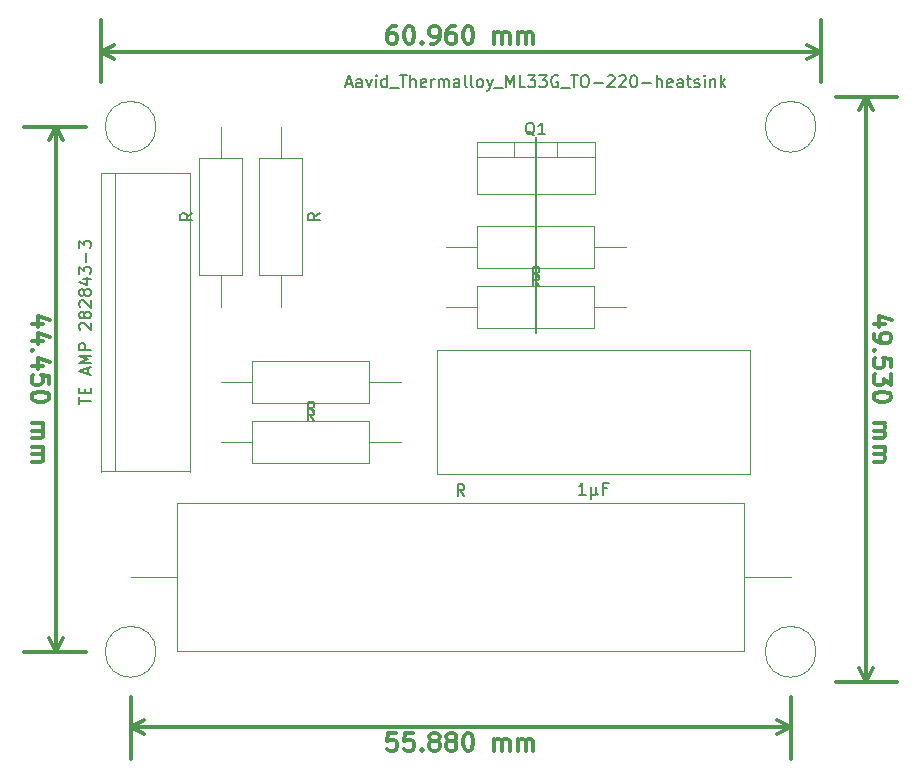
<source format=gbr>
G04 #@! TF.FileFunction,Other,Fab,Top*
%FSLAX46Y46*%
G04 Gerber Fmt 4.6, Leading zero omitted, Abs format (unit mm)*
G04 Created by KiCad (PCBNEW 4.0.7) date Wednesday, October 03, 2018 'AMt' 10:44:15 AM*
%MOMM*%
%LPD*%
G01*
G04 APERTURE LIST*
%ADD10C,0.100000*%
%ADD11C,0.300000*%
%ADD12C,0.150000*%
G04 APERTURE END LIST*
D10*
D11*
X117081429Y-72605001D02*
X116081429Y-72605001D01*
X117652857Y-72247858D02*
X116581429Y-71890715D01*
X116581429Y-72819287D01*
X117081429Y-74033572D02*
X116081429Y-74033572D01*
X117652857Y-73676429D02*
X116581429Y-73319286D01*
X116581429Y-74247858D01*
X116224286Y-74819286D02*
X116152857Y-74890714D01*
X116081429Y-74819286D01*
X116152857Y-74747857D01*
X116224286Y-74819286D01*
X116081429Y-74819286D01*
X117081429Y-76176429D02*
X116081429Y-76176429D01*
X117652857Y-75819286D02*
X116581429Y-75462143D01*
X116581429Y-76390715D01*
X117581429Y-77676429D02*
X117581429Y-76962143D01*
X116867143Y-76890714D01*
X116938571Y-76962143D01*
X117010000Y-77105000D01*
X117010000Y-77462143D01*
X116938571Y-77605000D01*
X116867143Y-77676429D01*
X116724286Y-77747857D01*
X116367143Y-77747857D01*
X116224286Y-77676429D01*
X116152857Y-77605000D01*
X116081429Y-77462143D01*
X116081429Y-77105000D01*
X116152857Y-76962143D01*
X116224286Y-76890714D01*
X117581429Y-78676428D02*
X117581429Y-78819285D01*
X117510000Y-78962142D01*
X117438571Y-79033571D01*
X117295714Y-79105000D01*
X117010000Y-79176428D01*
X116652857Y-79176428D01*
X116367143Y-79105000D01*
X116224286Y-79033571D01*
X116152857Y-78962142D01*
X116081429Y-78819285D01*
X116081429Y-78676428D01*
X116152857Y-78533571D01*
X116224286Y-78462142D01*
X116367143Y-78390714D01*
X116652857Y-78319285D01*
X117010000Y-78319285D01*
X117295714Y-78390714D01*
X117438571Y-78462142D01*
X117510000Y-78533571D01*
X117581429Y-78676428D01*
X116081429Y-80962142D02*
X117081429Y-80962142D01*
X116938571Y-80962142D02*
X117010000Y-81033570D01*
X117081429Y-81176428D01*
X117081429Y-81390713D01*
X117010000Y-81533570D01*
X116867143Y-81604999D01*
X116081429Y-81604999D01*
X116867143Y-81604999D02*
X117010000Y-81676428D01*
X117081429Y-81819285D01*
X117081429Y-82033570D01*
X117010000Y-82176428D01*
X116867143Y-82247856D01*
X116081429Y-82247856D01*
X116081429Y-82962142D02*
X117081429Y-82962142D01*
X116938571Y-82962142D02*
X117010000Y-83033570D01*
X117081429Y-83176428D01*
X117081429Y-83390713D01*
X117010000Y-83533570D01*
X116867143Y-83604999D01*
X116081429Y-83604999D01*
X116867143Y-83604999D02*
X117010000Y-83676428D01*
X117081429Y-83819285D01*
X117081429Y-84033570D01*
X117010000Y-84176428D01*
X116867143Y-84247856D01*
X116081429Y-84247856D01*
X118110000Y-55880000D02*
X118110000Y-100330000D01*
X120650000Y-55880000D02*
X115410000Y-55880000D01*
X120650000Y-100330000D02*
X115410000Y-100330000D01*
X118110000Y-100330000D02*
X117523579Y-99203496D01*
X118110000Y-100330000D02*
X118696421Y-99203496D01*
X118110000Y-55880000D02*
X117523579Y-57006504D01*
X118110000Y-55880000D02*
X118696421Y-57006504D01*
X146971430Y-107208571D02*
X146257144Y-107208571D01*
X146185715Y-107922857D01*
X146257144Y-107851429D01*
X146400001Y-107780000D01*
X146757144Y-107780000D01*
X146900001Y-107851429D01*
X146971430Y-107922857D01*
X147042858Y-108065714D01*
X147042858Y-108422857D01*
X146971430Y-108565714D01*
X146900001Y-108637143D01*
X146757144Y-108708571D01*
X146400001Y-108708571D01*
X146257144Y-108637143D01*
X146185715Y-108565714D01*
X148400001Y-107208571D02*
X147685715Y-107208571D01*
X147614286Y-107922857D01*
X147685715Y-107851429D01*
X147828572Y-107780000D01*
X148185715Y-107780000D01*
X148328572Y-107851429D01*
X148400001Y-107922857D01*
X148471429Y-108065714D01*
X148471429Y-108422857D01*
X148400001Y-108565714D01*
X148328572Y-108637143D01*
X148185715Y-108708571D01*
X147828572Y-108708571D01*
X147685715Y-108637143D01*
X147614286Y-108565714D01*
X149114286Y-108565714D02*
X149185714Y-108637143D01*
X149114286Y-108708571D01*
X149042857Y-108637143D01*
X149114286Y-108565714D01*
X149114286Y-108708571D01*
X150042858Y-107851429D02*
X149900000Y-107780000D01*
X149828572Y-107708571D01*
X149757143Y-107565714D01*
X149757143Y-107494286D01*
X149828572Y-107351429D01*
X149900000Y-107280000D01*
X150042858Y-107208571D01*
X150328572Y-107208571D01*
X150471429Y-107280000D01*
X150542858Y-107351429D01*
X150614286Y-107494286D01*
X150614286Y-107565714D01*
X150542858Y-107708571D01*
X150471429Y-107780000D01*
X150328572Y-107851429D01*
X150042858Y-107851429D01*
X149900000Y-107922857D01*
X149828572Y-107994286D01*
X149757143Y-108137143D01*
X149757143Y-108422857D01*
X149828572Y-108565714D01*
X149900000Y-108637143D01*
X150042858Y-108708571D01*
X150328572Y-108708571D01*
X150471429Y-108637143D01*
X150542858Y-108565714D01*
X150614286Y-108422857D01*
X150614286Y-108137143D01*
X150542858Y-107994286D01*
X150471429Y-107922857D01*
X150328572Y-107851429D01*
X151471429Y-107851429D02*
X151328571Y-107780000D01*
X151257143Y-107708571D01*
X151185714Y-107565714D01*
X151185714Y-107494286D01*
X151257143Y-107351429D01*
X151328571Y-107280000D01*
X151471429Y-107208571D01*
X151757143Y-107208571D01*
X151900000Y-107280000D01*
X151971429Y-107351429D01*
X152042857Y-107494286D01*
X152042857Y-107565714D01*
X151971429Y-107708571D01*
X151900000Y-107780000D01*
X151757143Y-107851429D01*
X151471429Y-107851429D01*
X151328571Y-107922857D01*
X151257143Y-107994286D01*
X151185714Y-108137143D01*
X151185714Y-108422857D01*
X151257143Y-108565714D01*
X151328571Y-108637143D01*
X151471429Y-108708571D01*
X151757143Y-108708571D01*
X151900000Y-108637143D01*
X151971429Y-108565714D01*
X152042857Y-108422857D01*
X152042857Y-108137143D01*
X151971429Y-107994286D01*
X151900000Y-107922857D01*
X151757143Y-107851429D01*
X152971428Y-107208571D02*
X153114285Y-107208571D01*
X153257142Y-107280000D01*
X153328571Y-107351429D01*
X153400000Y-107494286D01*
X153471428Y-107780000D01*
X153471428Y-108137143D01*
X153400000Y-108422857D01*
X153328571Y-108565714D01*
X153257142Y-108637143D01*
X153114285Y-108708571D01*
X152971428Y-108708571D01*
X152828571Y-108637143D01*
X152757142Y-108565714D01*
X152685714Y-108422857D01*
X152614285Y-108137143D01*
X152614285Y-107780000D01*
X152685714Y-107494286D01*
X152757142Y-107351429D01*
X152828571Y-107280000D01*
X152971428Y-107208571D01*
X155257142Y-108708571D02*
X155257142Y-107708571D01*
X155257142Y-107851429D02*
X155328570Y-107780000D01*
X155471428Y-107708571D01*
X155685713Y-107708571D01*
X155828570Y-107780000D01*
X155899999Y-107922857D01*
X155899999Y-108708571D01*
X155899999Y-107922857D02*
X155971428Y-107780000D01*
X156114285Y-107708571D01*
X156328570Y-107708571D01*
X156471428Y-107780000D01*
X156542856Y-107922857D01*
X156542856Y-108708571D01*
X157257142Y-108708571D02*
X157257142Y-107708571D01*
X157257142Y-107851429D02*
X157328570Y-107780000D01*
X157471428Y-107708571D01*
X157685713Y-107708571D01*
X157828570Y-107780000D01*
X157899999Y-107922857D01*
X157899999Y-108708571D01*
X157899999Y-107922857D02*
X157971428Y-107780000D01*
X158114285Y-107708571D01*
X158328570Y-107708571D01*
X158471428Y-107780000D01*
X158542856Y-107922857D01*
X158542856Y-108708571D01*
X124460000Y-106680000D02*
X180340000Y-106680000D01*
X124460000Y-104140000D02*
X124460000Y-109380000D01*
X180340000Y-104140000D02*
X180340000Y-109380000D01*
X180340000Y-106680000D02*
X179213496Y-107266421D01*
X180340000Y-106680000D02*
X179213496Y-106093579D01*
X124460000Y-106680000D02*
X125586504Y-107266421D01*
X124460000Y-106680000D02*
X125586504Y-106093579D01*
X188361429Y-72605001D02*
X187361429Y-72605001D01*
X188932857Y-72247858D02*
X187861429Y-71890715D01*
X187861429Y-72819287D01*
X187361429Y-73462143D02*
X187361429Y-73747858D01*
X187432857Y-73890715D01*
X187504286Y-73962143D01*
X187718571Y-74105001D01*
X188004286Y-74176429D01*
X188575714Y-74176429D01*
X188718571Y-74105001D01*
X188790000Y-74033572D01*
X188861429Y-73890715D01*
X188861429Y-73605001D01*
X188790000Y-73462143D01*
X188718571Y-73390715D01*
X188575714Y-73319286D01*
X188218571Y-73319286D01*
X188075714Y-73390715D01*
X188004286Y-73462143D01*
X187932857Y-73605001D01*
X187932857Y-73890715D01*
X188004286Y-74033572D01*
X188075714Y-74105001D01*
X188218571Y-74176429D01*
X187504286Y-74819286D02*
X187432857Y-74890714D01*
X187361429Y-74819286D01*
X187432857Y-74747857D01*
X187504286Y-74819286D01*
X187361429Y-74819286D01*
X188861429Y-76247858D02*
X188861429Y-75533572D01*
X188147143Y-75462143D01*
X188218571Y-75533572D01*
X188290000Y-75676429D01*
X188290000Y-76033572D01*
X188218571Y-76176429D01*
X188147143Y-76247858D01*
X188004286Y-76319286D01*
X187647143Y-76319286D01*
X187504286Y-76247858D01*
X187432857Y-76176429D01*
X187361429Y-76033572D01*
X187361429Y-75676429D01*
X187432857Y-75533572D01*
X187504286Y-75462143D01*
X188861429Y-76819286D02*
X188861429Y-77747857D01*
X188290000Y-77247857D01*
X188290000Y-77462143D01*
X188218571Y-77605000D01*
X188147143Y-77676429D01*
X188004286Y-77747857D01*
X187647143Y-77747857D01*
X187504286Y-77676429D01*
X187432857Y-77605000D01*
X187361429Y-77462143D01*
X187361429Y-77033571D01*
X187432857Y-76890714D01*
X187504286Y-76819286D01*
X188861429Y-78676428D02*
X188861429Y-78819285D01*
X188790000Y-78962142D01*
X188718571Y-79033571D01*
X188575714Y-79105000D01*
X188290000Y-79176428D01*
X187932857Y-79176428D01*
X187647143Y-79105000D01*
X187504286Y-79033571D01*
X187432857Y-78962142D01*
X187361429Y-78819285D01*
X187361429Y-78676428D01*
X187432857Y-78533571D01*
X187504286Y-78462142D01*
X187647143Y-78390714D01*
X187932857Y-78319285D01*
X188290000Y-78319285D01*
X188575714Y-78390714D01*
X188718571Y-78462142D01*
X188790000Y-78533571D01*
X188861429Y-78676428D01*
X187361429Y-80962142D02*
X188361429Y-80962142D01*
X188218571Y-80962142D02*
X188290000Y-81033570D01*
X188361429Y-81176428D01*
X188361429Y-81390713D01*
X188290000Y-81533570D01*
X188147143Y-81604999D01*
X187361429Y-81604999D01*
X188147143Y-81604999D02*
X188290000Y-81676428D01*
X188361429Y-81819285D01*
X188361429Y-82033570D01*
X188290000Y-82176428D01*
X188147143Y-82247856D01*
X187361429Y-82247856D01*
X187361429Y-82962142D02*
X188361429Y-82962142D01*
X188218571Y-82962142D02*
X188290000Y-83033570D01*
X188361429Y-83176428D01*
X188361429Y-83390713D01*
X188290000Y-83533570D01*
X188147143Y-83604999D01*
X187361429Y-83604999D01*
X188147143Y-83604999D02*
X188290000Y-83676428D01*
X188361429Y-83819285D01*
X188361429Y-84033570D01*
X188290000Y-84176428D01*
X188147143Y-84247856D01*
X187361429Y-84247856D01*
X186690000Y-53340000D02*
X186690000Y-102870000D01*
X184150000Y-53340000D02*
X189390000Y-53340000D01*
X184150000Y-102870000D02*
X189390000Y-102870000D01*
X186690000Y-102870000D02*
X186103579Y-101743496D01*
X186690000Y-102870000D02*
X187276421Y-101743496D01*
X186690000Y-53340000D02*
X186103579Y-54466504D01*
X186690000Y-53340000D02*
X187276421Y-54466504D01*
X146900001Y-47358571D02*
X146614287Y-47358571D01*
X146471430Y-47430000D01*
X146400001Y-47501429D01*
X146257144Y-47715714D01*
X146185715Y-48001429D01*
X146185715Y-48572857D01*
X146257144Y-48715714D01*
X146328572Y-48787143D01*
X146471430Y-48858571D01*
X146757144Y-48858571D01*
X146900001Y-48787143D01*
X146971430Y-48715714D01*
X147042858Y-48572857D01*
X147042858Y-48215714D01*
X146971430Y-48072857D01*
X146900001Y-48001429D01*
X146757144Y-47930000D01*
X146471430Y-47930000D01*
X146328572Y-48001429D01*
X146257144Y-48072857D01*
X146185715Y-48215714D01*
X147971429Y-47358571D02*
X148114286Y-47358571D01*
X148257143Y-47430000D01*
X148328572Y-47501429D01*
X148400001Y-47644286D01*
X148471429Y-47930000D01*
X148471429Y-48287143D01*
X148400001Y-48572857D01*
X148328572Y-48715714D01*
X148257143Y-48787143D01*
X148114286Y-48858571D01*
X147971429Y-48858571D01*
X147828572Y-48787143D01*
X147757143Y-48715714D01*
X147685715Y-48572857D01*
X147614286Y-48287143D01*
X147614286Y-47930000D01*
X147685715Y-47644286D01*
X147757143Y-47501429D01*
X147828572Y-47430000D01*
X147971429Y-47358571D01*
X149114286Y-48715714D02*
X149185714Y-48787143D01*
X149114286Y-48858571D01*
X149042857Y-48787143D01*
X149114286Y-48715714D01*
X149114286Y-48858571D01*
X149900000Y-48858571D02*
X150185715Y-48858571D01*
X150328572Y-48787143D01*
X150400000Y-48715714D01*
X150542858Y-48501429D01*
X150614286Y-48215714D01*
X150614286Y-47644286D01*
X150542858Y-47501429D01*
X150471429Y-47430000D01*
X150328572Y-47358571D01*
X150042858Y-47358571D01*
X149900000Y-47430000D01*
X149828572Y-47501429D01*
X149757143Y-47644286D01*
X149757143Y-48001429D01*
X149828572Y-48144286D01*
X149900000Y-48215714D01*
X150042858Y-48287143D01*
X150328572Y-48287143D01*
X150471429Y-48215714D01*
X150542858Y-48144286D01*
X150614286Y-48001429D01*
X151900000Y-47358571D02*
X151614286Y-47358571D01*
X151471429Y-47430000D01*
X151400000Y-47501429D01*
X151257143Y-47715714D01*
X151185714Y-48001429D01*
X151185714Y-48572857D01*
X151257143Y-48715714D01*
X151328571Y-48787143D01*
X151471429Y-48858571D01*
X151757143Y-48858571D01*
X151900000Y-48787143D01*
X151971429Y-48715714D01*
X152042857Y-48572857D01*
X152042857Y-48215714D01*
X151971429Y-48072857D01*
X151900000Y-48001429D01*
X151757143Y-47930000D01*
X151471429Y-47930000D01*
X151328571Y-48001429D01*
X151257143Y-48072857D01*
X151185714Y-48215714D01*
X152971428Y-47358571D02*
X153114285Y-47358571D01*
X153257142Y-47430000D01*
X153328571Y-47501429D01*
X153400000Y-47644286D01*
X153471428Y-47930000D01*
X153471428Y-48287143D01*
X153400000Y-48572857D01*
X153328571Y-48715714D01*
X153257142Y-48787143D01*
X153114285Y-48858571D01*
X152971428Y-48858571D01*
X152828571Y-48787143D01*
X152757142Y-48715714D01*
X152685714Y-48572857D01*
X152614285Y-48287143D01*
X152614285Y-47930000D01*
X152685714Y-47644286D01*
X152757142Y-47501429D01*
X152828571Y-47430000D01*
X152971428Y-47358571D01*
X155257142Y-48858571D02*
X155257142Y-47858571D01*
X155257142Y-48001429D02*
X155328570Y-47930000D01*
X155471428Y-47858571D01*
X155685713Y-47858571D01*
X155828570Y-47930000D01*
X155899999Y-48072857D01*
X155899999Y-48858571D01*
X155899999Y-48072857D02*
X155971428Y-47930000D01*
X156114285Y-47858571D01*
X156328570Y-47858571D01*
X156471428Y-47930000D01*
X156542856Y-48072857D01*
X156542856Y-48858571D01*
X157257142Y-48858571D02*
X157257142Y-47858571D01*
X157257142Y-48001429D02*
X157328570Y-47930000D01*
X157471428Y-47858571D01*
X157685713Y-47858571D01*
X157828570Y-47930000D01*
X157899999Y-48072857D01*
X157899999Y-48858571D01*
X157899999Y-48072857D02*
X157971428Y-47930000D01*
X158114285Y-47858571D01*
X158328570Y-47858571D01*
X158471428Y-47930000D01*
X158542856Y-48072857D01*
X158542856Y-48858571D01*
X121920000Y-49530000D02*
X182880000Y-49530000D01*
X121920000Y-52070000D02*
X121920000Y-46830000D01*
X182880000Y-52070000D02*
X182880000Y-46830000D01*
X182880000Y-49530000D02*
X181753496Y-50116421D01*
X182880000Y-49530000D02*
X181753496Y-48943579D01*
X121920000Y-49530000D02*
X123046504Y-50116421D01*
X121920000Y-49530000D02*
X123046504Y-48943579D01*
D10*
X126614066Y-100330000D02*
G75*
G03X126614066Y-100330000I-2154066J0D01*
G01*
X150400000Y-74760000D02*
X150400000Y-85260000D01*
X150400000Y-85260000D02*
X176900000Y-85260000D01*
X176900000Y-85260000D02*
X176900000Y-74760000D01*
X176900000Y-74760000D02*
X150400000Y-74760000D01*
X123180000Y-59760000D02*
X123180000Y-85020000D01*
X129480000Y-59760000D02*
X129480000Y-85070000D01*
X129480000Y-85020000D02*
X121980000Y-85020000D01*
X121980000Y-85070000D02*
X121980000Y-59760000D01*
X121980000Y-59760000D02*
X129480000Y-59760000D01*
X153800000Y-64240000D02*
X153800000Y-67840000D01*
X153800000Y-67840000D02*
X163700000Y-67840000D01*
X163700000Y-67840000D02*
X163700000Y-64240000D01*
X163700000Y-64240000D02*
X153800000Y-64240000D01*
X151130000Y-66040000D02*
X153800000Y-66040000D01*
X166370000Y-66040000D02*
X163700000Y-66040000D01*
X163700000Y-72920000D02*
X163700000Y-69320000D01*
X163700000Y-69320000D02*
X153800000Y-69320000D01*
X153800000Y-69320000D02*
X153800000Y-72920000D01*
X153800000Y-72920000D02*
X163700000Y-72920000D01*
X166370000Y-71120000D02*
X163700000Y-71120000D01*
X151130000Y-71120000D02*
X153800000Y-71120000D01*
X133880000Y-58550000D02*
X130280000Y-58550000D01*
X130280000Y-58550000D02*
X130280000Y-68450000D01*
X130280000Y-68450000D02*
X133880000Y-68450000D01*
X133880000Y-68450000D02*
X133880000Y-58550000D01*
X132080000Y-55880000D02*
X132080000Y-58550000D01*
X132080000Y-71120000D02*
X132080000Y-68450000D01*
X135360000Y-68450000D02*
X138960000Y-68450000D01*
X138960000Y-68450000D02*
X138960000Y-58550000D01*
X138960000Y-58550000D02*
X135360000Y-58550000D01*
X135360000Y-58550000D02*
X135360000Y-68450000D01*
X137160000Y-71120000D02*
X137160000Y-68450000D01*
X137160000Y-55880000D02*
X137160000Y-58550000D01*
X144650000Y-84350000D02*
X144650000Y-80750000D01*
X144650000Y-80750000D02*
X134750000Y-80750000D01*
X134750000Y-80750000D02*
X134750000Y-84350000D01*
X134750000Y-84350000D02*
X144650000Y-84350000D01*
X147320000Y-82550000D02*
X144650000Y-82550000D01*
X132080000Y-82550000D02*
X134750000Y-82550000D01*
X134750000Y-75670000D02*
X134750000Y-79270000D01*
X134750000Y-79270000D02*
X144650000Y-79270000D01*
X144650000Y-79270000D02*
X144650000Y-75670000D01*
X144650000Y-75670000D02*
X134750000Y-75670000D01*
X132080000Y-77470000D02*
X134750000Y-77470000D01*
X147320000Y-77470000D02*
X144650000Y-77470000D01*
X153750000Y-57190000D02*
X153750000Y-61590000D01*
X153750000Y-61590000D02*
X163750000Y-61590000D01*
X163750000Y-61590000D02*
X163750000Y-57190000D01*
X163750000Y-57190000D02*
X153750000Y-57190000D01*
X153750000Y-58460000D02*
X163750000Y-58460000D01*
X156900000Y-57190000D02*
X156900000Y-58460000D01*
X160600000Y-57190000D02*
X160600000Y-58460000D01*
D12*
X158750000Y-56740000D02*
X158750000Y-73340000D01*
D10*
X126614066Y-55880000D02*
G75*
G03X126614066Y-55880000I-2154066J0D01*
G01*
X182494066Y-55880000D02*
G75*
G03X182494066Y-55880000I-2154066J0D01*
G01*
X182494066Y-100330000D02*
G75*
G03X182494066Y-100330000I-2154066J0D01*
G01*
X176400000Y-100230000D02*
X176400000Y-87730000D01*
X176400000Y-87730000D02*
X128400000Y-87730000D01*
X128400000Y-87730000D02*
X128400000Y-100230000D01*
X128400000Y-100230000D02*
X176400000Y-100230000D01*
X180340000Y-93980000D02*
X176400000Y-93980000D01*
X124460000Y-93980000D02*
X128400000Y-93980000D01*
D12*
X162983334Y-87022381D02*
X162411905Y-87022381D01*
X162697619Y-87022381D02*
X162697619Y-86022381D01*
X162602381Y-86165238D01*
X162507143Y-86260476D01*
X162411905Y-86308095D01*
X163411905Y-86355714D02*
X163411905Y-87355714D01*
X163888096Y-86879524D02*
X163935715Y-86974762D01*
X164030953Y-87022381D01*
X163411905Y-86879524D02*
X163459524Y-86974762D01*
X163554762Y-87022381D01*
X163745239Y-87022381D01*
X163840477Y-86974762D01*
X163888096Y-86879524D01*
X163888096Y-86355714D01*
X164792858Y-86498571D02*
X164459524Y-86498571D01*
X164459524Y-87022381D02*
X164459524Y-86022381D01*
X164935715Y-86022381D01*
X120102381Y-79342381D02*
X120102381Y-78770952D01*
X121102381Y-79056667D02*
X120102381Y-79056667D01*
X120578571Y-78437619D02*
X120578571Y-78104285D01*
X121102381Y-77961428D02*
X121102381Y-78437619D01*
X120102381Y-78437619D01*
X120102381Y-77961428D01*
X120816667Y-76818571D02*
X120816667Y-76342380D01*
X121102381Y-76913809D02*
X120102381Y-76580476D01*
X121102381Y-76247142D01*
X121102381Y-75913809D02*
X120102381Y-75913809D01*
X120816667Y-75580475D01*
X120102381Y-75247142D01*
X121102381Y-75247142D01*
X121102381Y-74770952D02*
X120102381Y-74770952D01*
X120102381Y-74389999D01*
X120150000Y-74294761D01*
X120197619Y-74247142D01*
X120292857Y-74199523D01*
X120435714Y-74199523D01*
X120530952Y-74247142D01*
X120578571Y-74294761D01*
X120626190Y-74389999D01*
X120626190Y-74770952D01*
X120197619Y-73056666D02*
X120150000Y-73009047D01*
X120102381Y-72913809D01*
X120102381Y-72675713D01*
X120150000Y-72580475D01*
X120197619Y-72532856D01*
X120292857Y-72485237D01*
X120388095Y-72485237D01*
X120530952Y-72532856D01*
X121102381Y-73104285D01*
X121102381Y-72485237D01*
X120530952Y-71913809D02*
X120483333Y-72009047D01*
X120435714Y-72056666D01*
X120340476Y-72104285D01*
X120292857Y-72104285D01*
X120197619Y-72056666D01*
X120150000Y-72009047D01*
X120102381Y-71913809D01*
X120102381Y-71723332D01*
X120150000Y-71628094D01*
X120197619Y-71580475D01*
X120292857Y-71532856D01*
X120340476Y-71532856D01*
X120435714Y-71580475D01*
X120483333Y-71628094D01*
X120530952Y-71723332D01*
X120530952Y-71913809D01*
X120578571Y-72009047D01*
X120626190Y-72056666D01*
X120721429Y-72104285D01*
X120911905Y-72104285D01*
X121007143Y-72056666D01*
X121054762Y-72009047D01*
X121102381Y-71913809D01*
X121102381Y-71723332D01*
X121054762Y-71628094D01*
X121007143Y-71580475D01*
X120911905Y-71532856D01*
X120721429Y-71532856D01*
X120626190Y-71580475D01*
X120578571Y-71628094D01*
X120530952Y-71723332D01*
X120197619Y-71151904D02*
X120150000Y-71104285D01*
X120102381Y-71009047D01*
X120102381Y-70770951D01*
X120150000Y-70675713D01*
X120197619Y-70628094D01*
X120292857Y-70580475D01*
X120388095Y-70580475D01*
X120530952Y-70628094D01*
X121102381Y-71199523D01*
X121102381Y-70580475D01*
X120530952Y-70009047D02*
X120483333Y-70104285D01*
X120435714Y-70151904D01*
X120340476Y-70199523D01*
X120292857Y-70199523D01*
X120197619Y-70151904D01*
X120150000Y-70104285D01*
X120102381Y-70009047D01*
X120102381Y-69818570D01*
X120150000Y-69723332D01*
X120197619Y-69675713D01*
X120292857Y-69628094D01*
X120340476Y-69628094D01*
X120435714Y-69675713D01*
X120483333Y-69723332D01*
X120530952Y-69818570D01*
X120530952Y-70009047D01*
X120578571Y-70104285D01*
X120626190Y-70151904D01*
X120721429Y-70199523D01*
X120911905Y-70199523D01*
X121007143Y-70151904D01*
X121054762Y-70104285D01*
X121102381Y-70009047D01*
X121102381Y-69818570D01*
X121054762Y-69723332D01*
X121007143Y-69675713D01*
X120911905Y-69628094D01*
X120721429Y-69628094D01*
X120626190Y-69675713D01*
X120578571Y-69723332D01*
X120530952Y-69818570D01*
X120435714Y-68770951D02*
X121102381Y-68770951D01*
X120054762Y-69009047D02*
X120769048Y-69247142D01*
X120769048Y-68628094D01*
X120102381Y-68342380D02*
X120102381Y-67723332D01*
X120483333Y-68056666D01*
X120483333Y-67913808D01*
X120530952Y-67818570D01*
X120578571Y-67770951D01*
X120673810Y-67723332D01*
X120911905Y-67723332D01*
X121007143Y-67770951D01*
X121054762Y-67818570D01*
X121102381Y-67913808D01*
X121102381Y-68199523D01*
X121054762Y-68294761D01*
X121007143Y-68342380D01*
X120721429Y-67294761D02*
X120721429Y-66532856D01*
X120102381Y-66151904D02*
X120102381Y-65532856D01*
X120483333Y-65866190D01*
X120483333Y-65723332D01*
X120530952Y-65628094D01*
X120578571Y-65580475D01*
X120673810Y-65532856D01*
X120911905Y-65532856D01*
X121007143Y-65580475D01*
X121054762Y-65628094D01*
X121102381Y-65723332D01*
X121102381Y-66009047D01*
X121054762Y-66104285D01*
X121007143Y-66151904D01*
X159059524Y-69352381D02*
X158726190Y-68876190D01*
X158488095Y-69352381D02*
X158488095Y-68352381D01*
X158869048Y-68352381D01*
X158964286Y-68400000D01*
X159011905Y-68447619D01*
X159059524Y-68542857D01*
X159059524Y-68685714D01*
X159011905Y-68780952D01*
X158964286Y-68828571D01*
X158869048Y-68876190D01*
X158488095Y-68876190D01*
X159059524Y-68712381D02*
X158726190Y-68236190D01*
X158488095Y-68712381D02*
X158488095Y-67712381D01*
X158869048Y-67712381D01*
X158964286Y-67760000D01*
X159011905Y-67807619D01*
X159059524Y-67902857D01*
X159059524Y-68045714D01*
X159011905Y-68140952D01*
X158964286Y-68188571D01*
X158869048Y-68236190D01*
X158488095Y-68236190D01*
X129672381Y-63190476D02*
X129196190Y-63523810D01*
X129672381Y-63761905D02*
X128672381Y-63761905D01*
X128672381Y-63380952D01*
X128720000Y-63285714D01*
X128767619Y-63238095D01*
X128862857Y-63190476D01*
X129005714Y-63190476D01*
X129100952Y-63238095D01*
X129148571Y-63285714D01*
X129196190Y-63380952D01*
X129196190Y-63761905D01*
X140472381Y-63190476D02*
X139996190Y-63523810D01*
X140472381Y-63761905D02*
X139472381Y-63761905D01*
X139472381Y-63380952D01*
X139520000Y-63285714D01*
X139567619Y-63238095D01*
X139662857Y-63190476D01*
X139805714Y-63190476D01*
X139900952Y-63238095D01*
X139948571Y-63285714D01*
X139996190Y-63380952D01*
X139996190Y-63761905D01*
X140009524Y-80142381D02*
X139676190Y-79666190D01*
X139438095Y-80142381D02*
X139438095Y-79142381D01*
X139819048Y-79142381D01*
X139914286Y-79190000D01*
X139961905Y-79237619D01*
X140009524Y-79332857D01*
X140009524Y-79475714D01*
X139961905Y-79570952D01*
X139914286Y-79618571D01*
X139819048Y-79666190D01*
X139438095Y-79666190D01*
X140009524Y-80782381D02*
X139676190Y-80306190D01*
X139438095Y-80782381D02*
X139438095Y-79782381D01*
X139819048Y-79782381D01*
X139914286Y-79830000D01*
X139961905Y-79877619D01*
X140009524Y-79972857D01*
X140009524Y-80115714D01*
X139961905Y-80210952D01*
X139914286Y-80258571D01*
X139819048Y-80306190D01*
X139438095Y-80306190D01*
X158654762Y-56617619D02*
X158559524Y-56570000D01*
X158464286Y-56474762D01*
X158321429Y-56331905D01*
X158226190Y-56284286D01*
X158130952Y-56284286D01*
X158178571Y-56522381D02*
X158083333Y-56474762D01*
X157988095Y-56379524D01*
X157940476Y-56189048D01*
X157940476Y-55855714D01*
X157988095Y-55665238D01*
X158083333Y-55570000D01*
X158178571Y-55522381D01*
X158369048Y-55522381D01*
X158464286Y-55570000D01*
X158559524Y-55665238D01*
X158607143Y-55855714D01*
X158607143Y-56189048D01*
X158559524Y-56379524D01*
X158464286Y-56474762D01*
X158369048Y-56522381D01*
X158178571Y-56522381D01*
X159559524Y-56522381D02*
X158988095Y-56522381D01*
X159273809Y-56522381D02*
X159273809Y-55522381D01*
X159178571Y-55665238D01*
X159083333Y-55760476D01*
X158988095Y-55808095D01*
X142678570Y-52236667D02*
X143154761Y-52236667D01*
X142583332Y-52522381D02*
X142916665Y-51522381D01*
X143249999Y-52522381D01*
X144011904Y-52522381D02*
X144011904Y-51998571D01*
X143964285Y-51903333D01*
X143869047Y-51855714D01*
X143678570Y-51855714D01*
X143583332Y-51903333D01*
X144011904Y-52474762D02*
X143916666Y-52522381D01*
X143678570Y-52522381D01*
X143583332Y-52474762D01*
X143535713Y-52379524D01*
X143535713Y-52284286D01*
X143583332Y-52189048D01*
X143678570Y-52141429D01*
X143916666Y-52141429D01*
X144011904Y-52093810D01*
X144392856Y-51855714D02*
X144630951Y-52522381D01*
X144869047Y-51855714D01*
X145249999Y-52522381D02*
X145249999Y-51855714D01*
X145249999Y-51522381D02*
X145202380Y-51570000D01*
X145249999Y-51617619D01*
X145297618Y-51570000D01*
X145249999Y-51522381D01*
X145249999Y-51617619D01*
X146154761Y-52522381D02*
X146154761Y-51522381D01*
X146154761Y-52474762D02*
X146059523Y-52522381D01*
X145869046Y-52522381D01*
X145773808Y-52474762D01*
X145726189Y-52427143D01*
X145678570Y-52331905D01*
X145678570Y-52046190D01*
X145726189Y-51950952D01*
X145773808Y-51903333D01*
X145869046Y-51855714D01*
X146059523Y-51855714D01*
X146154761Y-51903333D01*
X146392856Y-52617619D02*
X147154761Y-52617619D01*
X147249999Y-51522381D02*
X147821428Y-51522381D01*
X147535713Y-52522381D02*
X147535713Y-51522381D01*
X148154761Y-52522381D02*
X148154761Y-51522381D01*
X148583333Y-52522381D02*
X148583333Y-51998571D01*
X148535714Y-51903333D01*
X148440476Y-51855714D01*
X148297618Y-51855714D01*
X148202380Y-51903333D01*
X148154761Y-51950952D01*
X149440476Y-52474762D02*
X149345238Y-52522381D01*
X149154761Y-52522381D01*
X149059523Y-52474762D01*
X149011904Y-52379524D01*
X149011904Y-51998571D01*
X149059523Y-51903333D01*
X149154761Y-51855714D01*
X149345238Y-51855714D01*
X149440476Y-51903333D01*
X149488095Y-51998571D01*
X149488095Y-52093810D01*
X149011904Y-52189048D01*
X149916666Y-52522381D02*
X149916666Y-51855714D01*
X149916666Y-52046190D02*
X149964285Y-51950952D01*
X150011904Y-51903333D01*
X150107142Y-51855714D01*
X150202381Y-51855714D01*
X150535714Y-52522381D02*
X150535714Y-51855714D01*
X150535714Y-51950952D02*
X150583333Y-51903333D01*
X150678571Y-51855714D01*
X150821429Y-51855714D01*
X150916667Y-51903333D01*
X150964286Y-51998571D01*
X150964286Y-52522381D01*
X150964286Y-51998571D02*
X151011905Y-51903333D01*
X151107143Y-51855714D01*
X151250000Y-51855714D01*
X151345238Y-51903333D01*
X151392857Y-51998571D01*
X151392857Y-52522381D01*
X152297619Y-52522381D02*
X152297619Y-51998571D01*
X152250000Y-51903333D01*
X152154762Y-51855714D01*
X151964285Y-51855714D01*
X151869047Y-51903333D01*
X152297619Y-52474762D02*
X152202381Y-52522381D01*
X151964285Y-52522381D01*
X151869047Y-52474762D01*
X151821428Y-52379524D01*
X151821428Y-52284286D01*
X151869047Y-52189048D01*
X151964285Y-52141429D01*
X152202381Y-52141429D01*
X152297619Y-52093810D01*
X152916666Y-52522381D02*
X152821428Y-52474762D01*
X152773809Y-52379524D01*
X152773809Y-51522381D01*
X153440476Y-52522381D02*
X153345238Y-52474762D01*
X153297619Y-52379524D01*
X153297619Y-51522381D01*
X153964286Y-52522381D02*
X153869048Y-52474762D01*
X153821429Y-52427143D01*
X153773810Y-52331905D01*
X153773810Y-52046190D01*
X153821429Y-51950952D01*
X153869048Y-51903333D01*
X153964286Y-51855714D01*
X154107144Y-51855714D01*
X154202382Y-51903333D01*
X154250001Y-51950952D01*
X154297620Y-52046190D01*
X154297620Y-52331905D01*
X154250001Y-52427143D01*
X154202382Y-52474762D01*
X154107144Y-52522381D01*
X153964286Y-52522381D01*
X154630953Y-51855714D02*
X154869048Y-52522381D01*
X155107144Y-51855714D02*
X154869048Y-52522381D01*
X154773810Y-52760476D01*
X154726191Y-52808095D01*
X154630953Y-52855714D01*
X155250001Y-52617619D02*
X156011906Y-52617619D01*
X156250001Y-52522381D02*
X156250001Y-51522381D01*
X156583335Y-52236667D01*
X156916668Y-51522381D01*
X156916668Y-52522381D01*
X157869049Y-52522381D02*
X157392858Y-52522381D01*
X157392858Y-51522381D01*
X158107144Y-51522381D02*
X158726192Y-51522381D01*
X158392858Y-51903333D01*
X158535716Y-51903333D01*
X158630954Y-51950952D01*
X158678573Y-51998571D01*
X158726192Y-52093810D01*
X158726192Y-52331905D01*
X158678573Y-52427143D01*
X158630954Y-52474762D01*
X158535716Y-52522381D01*
X158250001Y-52522381D01*
X158154763Y-52474762D01*
X158107144Y-52427143D01*
X159059525Y-51522381D02*
X159678573Y-51522381D01*
X159345239Y-51903333D01*
X159488097Y-51903333D01*
X159583335Y-51950952D01*
X159630954Y-51998571D01*
X159678573Y-52093810D01*
X159678573Y-52331905D01*
X159630954Y-52427143D01*
X159583335Y-52474762D01*
X159488097Y-52522381D01*
X159202382Y-52522381D01*
X159107144Y-52474762D01*
X159059525Y-52427143D01*
X160630954Y-51570000D02*
X160535716Y-51522381D01*
X160392859Y-51522381D01*
X160250001Y-51570000D01*
X160154763Y-51665238D01*
X160107144Y-51760476D01*
X160059525Y-51950952D01*
X160059525Y-52093810D01*
X160107144Y-52284286D01*
X160154763Y-52379524D01*
X160250001Y-52474762D01*
X160392859Y-52522381D01*
X160488097Y-52522381D01*
X160630954Y-52474762D01*
X160678573Y-52427143D01*
X160678573Y-52093810D01*
X160488097Y-52093810D01*
X160869049Y-52617619D02*
X161630954Y-52617619D01*
X161726192Y-51522381D02*
X162297621Y-51522381D01*
X162011906Y-52522381D02*
X162011906Y-51522381D01*
X162821430Y-51522381D02*
X163011907Y-51522381D01*
X163107145Y-51570000D01*
X163202383Y-51665238D01*
X163250002Y-51855714D01*
X163250002Y-52189048D01*
X163202383Y-52379524D01*
X163107145Y-52474762D01*
X163011907Y-52522381D01*
X162821430Y-52522381D01*
X162726192Y-52474762D01*
X162630954Y-52379524D01*
X162583335Y-52189048D01*
X162583335Y-51855714D01*
X162630954Y-51665238D01*
X162726192Y-51570000D01*
X162821430Y-51522381D01*
X163678573Y-52141429D02*
X164440478Y-52141429D01*
X164869049Y-51617619D02*
X164916668Y-51570000D01*
X165011906Y-51522381D01*
X165250002Y-51522381D01*
X165345240Y-51570000D01*
X165392859Y-51617619D01*
X165440478Y-51712857D01*
X165440478Y-51808095D01*
X165392859Y-51950952D01*
X164821430Y-52522381D01*
X165440478Y-52522381D01*
X165821430Y-51617619D02*
X165869049Y-51570000D01*
X165964287Y-51522381D01*
X166202383Y-51522381D01*
X166297621Y-51570000D01*
X166345240Y-51617619D01*
X166392859Y-51712857D01*
X166392859Y-51808095D01*
X166345240Y-51950952D01*
X165773811Y-52522381D01*
X166392859Y-52522381D01*
X167011906Y-51522381D02*
X167107145Y-51522381D01*
X167202383Y-51570000D01*
X167250002Y-51617619D01*
X167297621Y-51712857D01*
X167345240Y-51903333D01*
X167345240Y-52141429D01*
X167297621Y-52331905D01*
X167250002Y-52427143D01*
X167202383Y-52474762D01*
X167107145Y-52522381D01*
X167011906Y-52522381D01*
X166916668Y-52474762D01*
X166869049Y-52427143D01*
X166821430Y-52331905D01*
X166773811Y-52141429D01*
X166773811Y-51903333D01*
X166821430Y-51712857D01*
X166869049Y-51617619D01*
X166916668Y-51570000D01*
X167011906Y-51522381D01*
X167773811Y-52141429D02*
X168535716Y-52141429D01*
X169011906Y-52522381D02*
X169011906Y-51522381D01*
X169440478Y-52522381D02*
X169440478Y-51998571D01*
X169392859Y-51903333D01*
X169297621Y-51855714D01*
X169154763Y-51855714D01*
X169059525Y-51903333D01*
X169011906Y-51950952D01*
X170297621Y-52474762D02*
X170202383Y-52522381D01*
X170011906Y-52522381D01*
X169916668Y-52474762D01*
X169869049Y-52379524D01*
X169869049Y-51998571D01*
X169916668Y-51903333D01*
X170011906Y-51855714D01*
X170202383Y-51855714D01*
X170297621Y-51903333D01*
X170345240Y-51998571D01*
X170345240Y-52093810D01*
X169869049Y-52189048D01*
X171202383Y-52522381D02*
X171202383Y-51998571D01*
X171154764Y-51903333D01*
X171059526Y-51855714D01*
X170869049Y-51855714D01*
X170773811Y-51903333D01*
X171202383Y-52474762D02*
X171107145Y-52522381D01*
X170869049Y-52522381D01*
X170773811Y-52474762D01*
X170726192Y-52379524D01*
X170726192Y-52284286D01*
X170773811Y-52189048D01*
X170869049Y-52141429D01*
X171107145Y-52141429D01*
X171202383Y-52093810D01*
X171535716Y-51855714D02*
X171916668Y-51855714D01*
X171678573Y-51522381D02*
X171678573Y-52379524D01*
X171726192Y-52474762D01*
X171821430Y-52522381D01*
X171916668Y-52522381D01*
X172202383Y-52474762D02*
X172297621Y-52522381D01*
X172488097Y-52522381D01*
X172583336Y-52474762D01*
X172630955Y-52379524D01*
X172630955Y-52331905D01*
X172583336Y-52236667D01*
X172488097Y-52189048D01*
X172345240Y-52189048D01*
X172250002Y-52141429D01*
X172202383Y-52046190D01*
X172202383Y-51998571D01*
X172250002Y-51903333D01*
X172345240Y-51855714D01*
X172488097Y-51855714D01*
X172583336Y-51903333D01*
X173059526Y-52522381D02*
X173059526Y-51855714D01*
X173059526Y-51522381D02*
X173011907Y-51570000D01*
X173059526Y-51617619D01*
X173107145Y-51570000D01*
X173059526Y-51522381D01*
X173059526Y-51617619D01*
X173535716Y-51855714D02*
X173535716Y-52522381D01*
X173535716Y-51950952D02*
X173583335Y-51903333D01*
X173678573Y-51855714D01*
X173821431Y-51855714D01*
X173916669Y-51903333D01*
X173964288Y-51998571D01*
X173964288Y-52522381D01*
X174440478Y-52522381D02*
X174440478Y-51522381D01*
X174535716Y-52141429D02*
X174821431Y-52522381D01*
X174821431Y-51855714D02*
X174440478Y-52236667D01*
X152709524Y-87122381D02*
X152376190Y-86646190D01*
X152138095Y-87122381D02*
X152138095Y-86122381D01*
X152519048Y-86122381D01*
X152614286Y-86170000D01*
X152661905Y-86217619D01*
X152709524Y-86312857D01*
X152709524Y-86455714D01*
X152661905Y-86550952D01*
X152614286Y-86598571D01*
X152519048Y-86646190D01*
X152138095Y-86646190D01*
M02*

</source>
